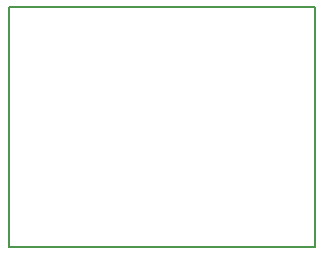
<source format=gm1>
G04 #@! TF.FileFunction,Profile,NP*
%FSLAX46Y46*%
G04 Gerber Fmt 4.6, Leading zero omitted, Abs format (unit mm)*
G04 Created by KiCad (PCBNEW 4.0.6) date Thu May  4 15:15:54 2017*
%MOMM*%
%LPD*%
G01*
G04 APERTURE LIST*
%ADD10C,0.100000*%
%ADD11C,0.150000*%
G04 APERTURE END LIST*
D10*
D11*
X135636000Y-113792000D02*
X135636000Y-93472000D01*
X161544000Y-113792000D02*
X135636000Y-113792000D01*
X161544000Y-93472000D02*
X161544000Y-113792000D01*
X135636000Y-93472000D02*
X161544000Y-93472000D01*
M02*

</source>
